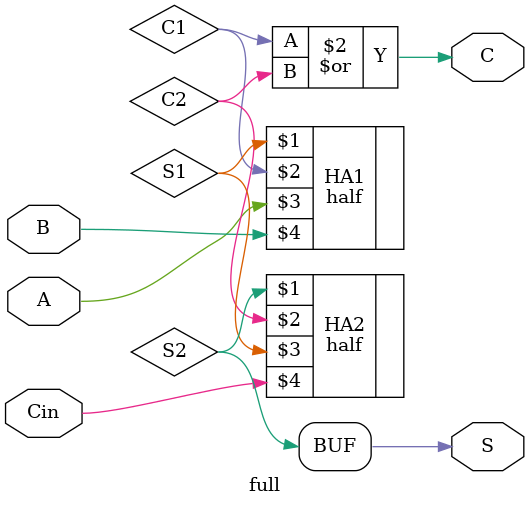
<source format=v>
`include "../9.half_adder/half_adder_gpt.v"

module full (
  output reg S,
  output reg C,
  input A,
  input B,
  input Cin
);
  
  // Instantiate two half adders
  half HA1(S1, C1, A, B);
  half HA2(S2, C2, S1, Cin);

  // Logic to compute sum and carry
  always @* begin
    S = S2;          // Sum output is the sum from the second half adder
    C = C1 | C2;     // Carry output is the OR of the carries from both half adders
  end

endmodule

</source>
